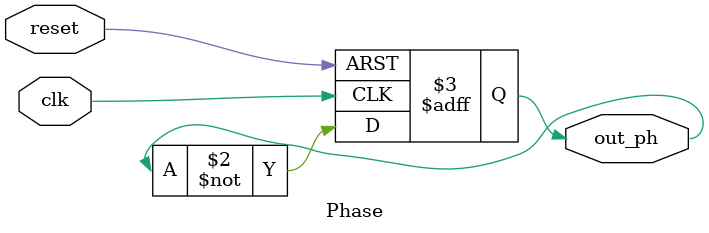
<source format=v>


module Phase (input clk, reset, output out_ph);
  reg out_ph;

  // El phase permite el control del fetch, con un 1. Tambien permite a otros modulos poder pasar a otro estado en cualquier
  // flanco de reloj

  always @ ( posedge clk or posedge reset) begin

    if (reset) begin
      out_ph = 0;
    end else begin
      out_ph = ~out_ph;
      
      end
  end
endmodule

</source>
